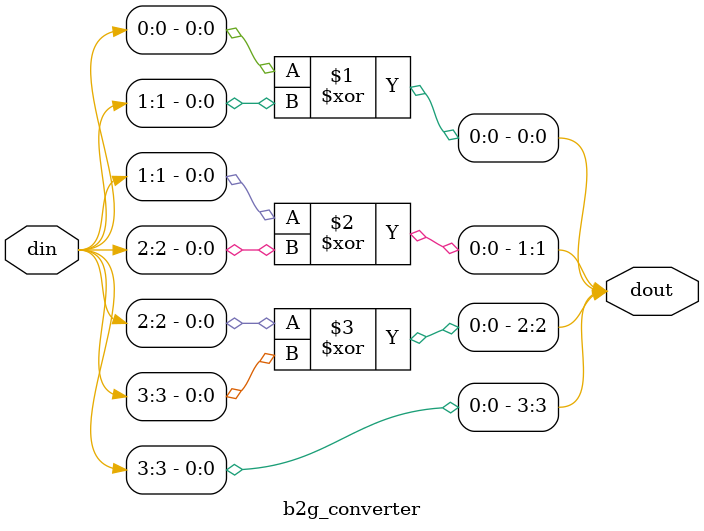
<source format=v>
module b2g_converter #(parameter WIDTH = 4) (
	input [WIDTH - 1 : 0] din,
	output [WIDTH - 1 : 0] dout
); 

genvar i;
generate
	for(i = 0; i < WIDTH - 1; i = i + 1) begin
		assign dout[i] = din[i] ^ din[i+1];
	end
endgenerate

assign dout[WIDTH - 1] = din[WIDTH - 1];
 
endmodule

</source>
